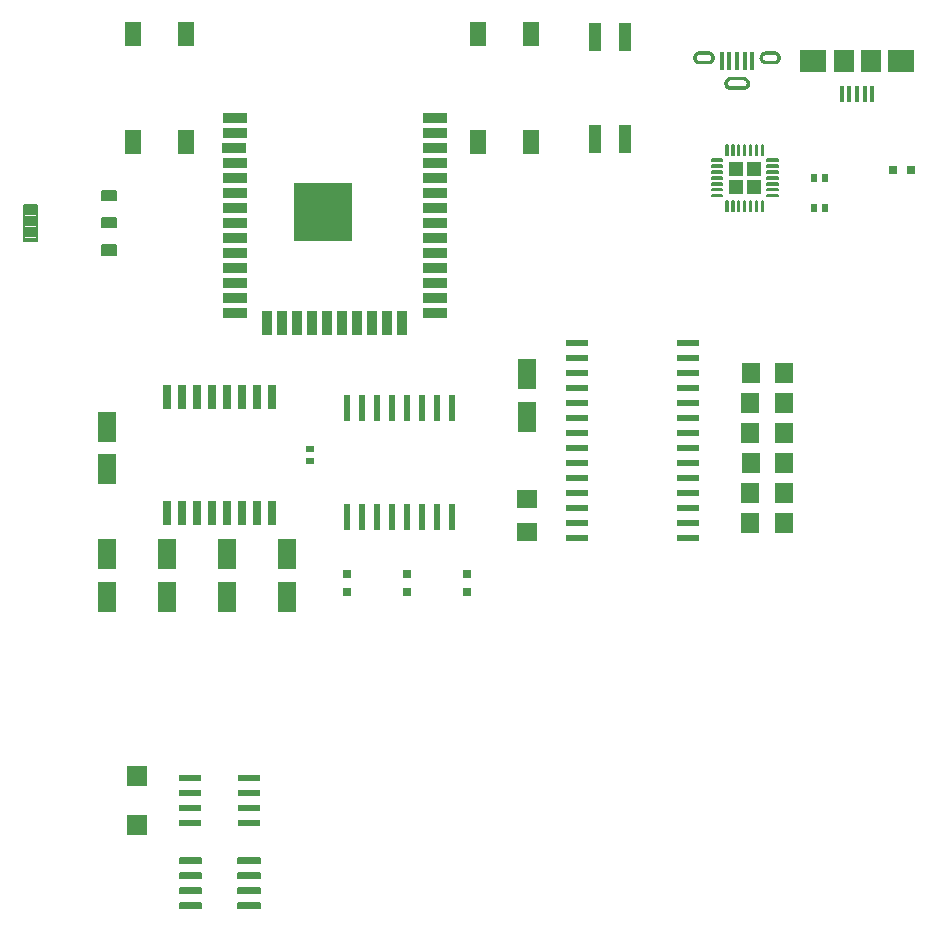
<source format=gbr>
G04 EAGLE Gerber RS-274X export*
G75*
%MOMM*%
%FSLAX34Y34*%
%LPD*%
%INSolderpaste Top*%
%IPPOS*%
%AMOC8*
5,1,8,0,0,1.08239X$1,22.5*%
G01*
%ADD10R,1.600000X2.600000*%
%ADD11R,1.600000X1.800000*%
%ADD12R,1.700000X1.800000*%
%ADD13R,0.600000X2.200000*%
%ADD14R,0.450000X1.500000*%
%ADD15R,0.800000X0.800000*%
%ADD16R,0.660400X2.032000*%
%ADD17R,1.803000X1.600000*%
%ADD18R,1.600000X1.803000*%
%ADD19R,1.400000X2.100000*%
%ADD20R,1.981200X0.558800*%
%ADD21R,1.149913X1.149913*%
%ADD22R,1.151819X1.149753*%
%ADD23R,1.151400X1.151400*%
%ADD24R,1.149731X1.151981*%
%ADD25C,0.135000*%
%ADD26C,0.139500*%
%ADD27C,0.196500*%
%ADD28C,0.147500*%
%ADD29R,2.000000X0.900000*%
%ADD30R,0.900000X2.000000*%
%ADD31R,5.000000X5.000000*%
%ADD32R,0.600000X0.700000*%
%ADD33R,0.700000X0.600000*%
%ADD34R,1.130000X2.440000*%
%ADD35R,0.400000X1.400000*%
%ADD36R,1.800000X1.900000*%
%ADD37R,2.300000X1.900000*%

G36*
X672251Y925477D02*
X672251Y925477D01*
X672252Y925476D01*
X673325Y925582D01*
X673328Y925584D01*
X673330Y925582D01*
X674362Y925895D01*
X674364Y925898D01*
X674366Y925897D01*
X675317Y926406D01*
X675318Y926409D01*
X675321Y926408D01*
X676154Y927092D01*
X676155Y927095D01*
X676158Y927096D01*
X676842Y927929D01*
X676842Y927932D01*
X676844Y927933D01*
X677353Y928884D01*
X677352Y928887D01*
X677355Y928888D01*
X677668Y929920D01*
X677666Y929923D01*
X677668Y929925D01*
X677774Y930998D01*
X677772Y931000D01*
X677773Y931001D01*
X677774Y931002D01*
X677668Y932075D01*
X677666Y932078D01*
X677668Y932080D01*
X677355Y933112D01*
X677352Y933114D01*
X677353Y933116D01*
X676844Y934067D01*
X676841Y934068D01*
X676842Y934071D01*
X676158Y934904D01*
X676155Y934905D01*
X676154Y934908D01*
X675321Y935592D01*
X675318Y935592D01*
X675317Y935594D01*
X674366Y936103D01*
X674363Y936102D01*
X674362Y936105D01*
X673330Y936418D01*
X673327Y936416D01*
X673325Y936418D01*
X672252Y936524D01*
X672251Y936523D01*
X672250Y936524D01*
X661250Y936524D01*
X661249Y936523D01*
X661248Y936524D01*
X660175Y936418D01*
X660172Y936416D01*
X660170Y936418D01*
X659138Y936105D01*
X659136Y936102D01*
X659134Y936103D01*
X658183Y935594D01*
X658182Y935591D01*
X658179Y935592D01*
X657346Y934908D01*
X657345Y934905D01*
X657342Y934904D01*
X656658Y934071D01*
X656658Y934068D01*
X656656Y934067D01*
X656147Y933116D01*
X656148Y933113D01*
X656145Y933112D01*
X655832Y932080D01*
X655834Y932077D01*
X655832Y932075D01*
X655726Y931002D01*
X655728Y931000D01*
X655726Y930998D01*
X655832Y929925D01*
X655834Y929922D01*
X655832Y929920D01*
X656145Y928888D01*
X656148Y928886D01*
X656147Y928884D01*
X656656Y927933D01*
X656659Y927932D01*
X656658Y927929D01*
X657342Y927096D01*
X657345Y927095D01*
X657346Y927092D01*
X658179Y926408D01*
X658182Y926408D01*
X658183Y926406D01*
X659134Y925897D01*
X659137Y925898D01*
X659138Y925895D01*
X660170Y925582D01*
X660173Y925584D01*
X660175Y925582D01*
X661248Y925476D01*
X661249Y925477D01*
X661250Y925476D01*
X672250Y925476D01*
X672251Y925477D01*
G37*
G36*
X642251Y946977D02*
X642251Y946977D01*
X642252Y946976D01*
X643325Y947082D01*
X643328Y947084D01*
X643330Y947082D01*
X644362Y947395D01*
X644364Y947398D01*
X644366Y947397D01*
X645317Y947906D01*
X645318Y947909D01*
X645321Y947908D01*
X646154Y948592D01*
X646155Y948595D01*
X646158Y948596D01*
X646842Y949429D01*
X646842Y949432D01*
X646844Y949433D01*
X647353Y950384D01*
X647352Y950387D01*
X647355Y950388D01*
X647668Y951420D01*
X647666Y951423D01*
X647668Y951425D01*
X647672Y951459D01*
X647677Y951507D01*
X647677Y951508D01*
X647681Y951556D01*
X647684Y951580D01*
X647689Y951629D01*
X647693Y951677D01*
X647698Y951726D01*
X647700Y951750D01*
X647701Y951750D01*
X647705Y951798D01*
X647705Y951799D01*
X647710Y951847D01*
X647715Y951895D01*
X647715Y951896D01*
X647717Y951920D01*
X647722Y951968D01*
X647727Y952017D01*
X647732Y952065D01*
X647736Y952114D01*
X647739Y952138D01*
X647743Y952186D01*
X647744Y952186D01*
X647743Y952187D01*
X647748Y952235D01*
X647753Y952283D01*
X647753Y952284D01*
X647755Y952308D01*
X647760Y952356D01*
X647765Y952405D01*
X647770Y952453D01*
X647772Y952477D01*
X647772Y952478D01*
X647774Y952498D01*
X647772Y952500D01*
X647773Y952501D01*
X647774Y952502D01*
X647668Y953575D01*
X647666Y953578D01*
X647668Y953580D01*
X647355Y954612D01*
X647352Y954614D01*
X647353Y954616D01*
X646844Y955567D01*
X646841Y955568D01*
X646842Y955571D01*
X646158Y956404D01*
X646155Y956405D01*
X646154Y956408D01*
X645321Y957092D01*
X645318Y957092D01*
X645317Y957094D01*
X644366Y957603D01*
X644363Y957602D01*
X644362Y957605D01*
X643330Y957918D01*
X643327Y957916D01*
X643325Y957918D01*
X642252Y958024D01*
X642251Y958023D01*
X642250Y958024D01*
X635250Y958024D01*
X635249Y958023D01*
X635248Y958024D01*
X634175Y957918D01*
X634172Y957916D01*
X634170Y957918D01*
X633138Y957605D01*
X633136Y957602D01*
X633134Y957603D01*
X632183Y957094D01*
X632182Y957091D01*
X632179Y957092D01*
X631346Y956408D01*
X631345Y956405D01*
X631342Y956404D01*
X630658Y955571D01*
X630658Y955568D01*
X630656Y955567D01*
X630147Y954616D01*
X630148Y954613D01*
X630145Y954612D01*
X629832Y953580D01*
X629834Y953577D01*
X629832Y953575D01*
X629829Y953551D01*
X629824Y953502D01*
X629820Y953454D01*
X629817Y953429D01*
X629812Y953381D01*
X629808Y953332D01*
X629803Y953284D01*
X629798Y953235D01*
X629796Y953211D01*
X629791Y953163D01*
X629786Y953114D01*
X629781Y953066D01*
X629779Y953041D01*
X629774Y952993D01*
X629769Y952944D01*
X629765Y952896D01*
X629762Y952872D01*
X629757Y952823D01*
X629753Y952775D01*
X629748Y952726D01*
X629746Y952702D01*
X629741Y952653D01*
X629736Y952605D01*
X629731Y952556D01*
X629726Y952508D01*
X629726Y952502D01*
X629728Y952500D01*
X629726Y952498D01*
X629832Y951425D01*
X629834Y951422D01*
X629832Y951420D01*
X630145Y950388D01*
X630148Y950386D01*
X630147Y950384D01*
X630656Y949433D01*
X630659Y949432D01*
X630658Y949429D01*
X631342Y948596D01*
X631345Y948595D01*
X631346Y948592D01*
X632179Y947908D01*
X632182Y947908D01*
X632183Y947906D01*
X633134Y947397D01*
X633137Y947398D01*
X633138Y947395D01*
X634170Y947082D01*
X634173Y947084D01*
X634175Y947082D01*
X635248Y946976D01*
X635249Y946977D01*
X635250Y946976D01*
X642250Y946976D01*
X642251Y946977D01*
G37*
G36*
X698251Y946977D02*
X698251Y946977D01*
X698252Y946976D01*
X699325Y947082D01*
X699328Y947084D01*
X699330Y947082D01*
X700362Y947395D01*
X700364Y947398D01*
X700366Y947397D01*
X701317Y947906D01*
X701318Y947909D01*
X701321Y947908D01*
X702154Y948592D01*
X702155Y948595D01*
X702158Y948596D01*
X702842Y949429D01*
X702842Y949432D01*
X702844Y949433D01*
X703353Y950384D01*
X703352Y950387D01*
X703355Y950388D01*
X703668Y951420D01*
X703666Y951423D01*
X703668Y951425D01*
X703672Y951459D01*
X703677Y951507D01*
X703677Y951508D01*
X703681Y951556D01*
X703684Y951580D01*
X703689Y951629D01*
X703693Y951677D01*
X703698Y951726D01*
X703700Y951750D01*
X703701Y951750D01*
X703705Y951798D01*
X703705Y951799D01*
X703710Y951847D01*
X703715Y951895D01*
X703715Y951896D01*
X703717Y951920D01*
X703722Y951968D01*
X703727Y952017D01*
X703732Y952065D01*
X703736Y952114D01*
X703739Y952138D01*
X703743Y952186D01*
X703744Y952186D01*
X703743Y952187D01*
X703748Y952235D01*
X703753Y952283D01*
X703753Y952284D01*
X703755Y952308D01*
X703760Y952356D01*
X703765Y952405D01*
X703770Y952453D01*
X703772Y952477D01*
X703772Y952478D01*
X703774Y952498D01*
X703772Y952500D01*
X703773Y952501D01*
X703774Y952502D01*
X703668Y953575D01*
X703666Y953578D01*
X703668Y953580D01*
X703355Y954612D01*
X703352Y954614D01*
X703353Y954616D01*
X702844Y955567D01*
X702841Y955568D01*
X702842Y955571D01*
X702158Y956404D01*
X702155Y956405D01*
X702154Y956408D01*
X701321Y957092D01*
X701318Y957092D01*
X701317Y957094D01*
X700366Y957603D01*
X700363Y957602D01*
X700362Y957605D01*
X699330Y957918D01*
X699327Y957916D01*
X699325Y957918D01*
X698252Y958024D01*
X698251Y958023D01*
X698250Y958024D01*
X691250Y958024D01*
X691249Y958023D01*
X691248Y958024D01*
X690175Y957918D01*
X690172Y957916D01*
X690170Y957918D01*
X689138Y957605D01*
X689136Y957602D01*
X689134Y957603D01*
X688183Y957094D01*
X688182Y957091D01*
X688179Y957092D01*
X687346Y956408D01*
X687345Y956405D01*
X687342Y956404D01*
X686658Y955571D01*
X686658Y955568D01*
X686656Y955567D01*
X686147Y954616D01*
X686148Y954613D01*
X686145Y954612D01*
X685832Y953580D01*
X685834Y953577D01*
X685832Y953575D01*
X685829Y953551D01*
X685824Y953502D01*
X685820Y953454D01*
X685817Y953429D01*
X685812Y953381D01*
X685808Y953332D01*
X685803Y953284D01*
X685798Y953235D01*
X685796Y953211D01*
X685791Y953163D01*
X685786Y953114D01*
X685781Y953066D01*
X685779Y953041D01*
X685774Y952993D01*
X685769Y952944D01*
X685765Y952896D01*
X685762Y952872D01*
X685757Y952823D01*
X685753Y952775D01*
X685748Y952726D01*
X685746Y952702D01*
X685741Y952653D01*
X685736Y952605D01*
X685731Y952556D01*
X685726Y952508D01*
X685726Y952502D01*
X685728Y952500D01*
X685726Y952498D01*
X685832Y951425D01*
X685834Y951422D01*
X685832Y951420D01*
X686145Y950388D01*
X686148Y950386D01*
X686147Y950384D01*
X686656Y949433D01*
X686659Y949432D01*
X686658Y949429D01*
X687342Y948596D01*
X687345Y948595D01*
X687346Y948592D01*
X688179Y947908D01*
X688182Y947908D01*
X688183Y947906D01*
X689134Y947397D01*
X689137Y947398D01*
X689138Y947395D01*
X690170Y947082D01*
X690173Y947084D01*
X690175Y947082D01*
X691248Y946976D01*
X691249Y946977D01*
X691250Y946976D01*
X698250Y946976D01*
X698251Y946977D01*
G37*
%LPC*%
G36*
X661252Y928524D02*
X661252Y928524D01*
X660609Y928609D01*
X660012Y928856D01*
X659500Y929250D01*
X659106Y929762D01*
X658859Y930359D01*
X658774Y931000D01*
X658859Y931641D01*
X659106Y932238D01*
X659500Y932751D01*
X660012Y933144D01*
X660609Y933391D01*
X661252Y933476D01*
X672249Y933476D01*
X672891Y933391D01*
X673488Y933144D01*
X674001Y932751D01*
X674394Y932238D01*
X674641Y931641D01*
X674726Y931000D01*
X674641Y930359D01*
X674394Y929762D01*
X674001Y929250D01*
X673488Y928856D01*
X672891Y928609D01*
X672249Y928524D01*
X661252Y928524D01*
G37*
%LPD*%
%LPC*%
G36*
X635252Y950024D02*
X635252Y950024D01*
X634609Y950109D01*
X634012Y950356D01*
X633500Y950750D01*
X633106Y951262D01*
X632859Y951859D01*
X632774Y952500D01*
X632775Y952502D01*
X632778Y952526D01*
X632781Y952550D01*
X632784Y952574D01*
X632784Y952575D01*
X632787Y952599D01*
X632791Y952623D01*
X632797Y952671D01*
X632797Y952672D01*
X632800Y952696D01*
X632803Y952720D01*
X632807Y952744D01*
X632810Y952768D01*
X632810Y952769D01*
X632813Y952793D01*
X632816Y952817D01*
X632819Y952841D01*
X632823Y952865D01*
X632823Y952866D01*
X632826Y952890D01*
X632829Y952914D01*
X632832Y952938D01*
X632835Y952962D01*
X632835Y952963D01*
X632839Y952987D01*
X632842Y953011D01*
X632845Y953035D01*
X632848Y953059D01*
X632848Y953060D01*
X632851Y953084D01*
X632854Y953108D01*
X632855Y953108D01*
X632858Y953132D01*
X632859Y953141D01*
X633106Y953738D01*
X633500Y954251D01*
X634012Y954644D01*
X634609Y954891D01*
X635252Y954976D01*
X642249Y954976D01*
X642891Y954891D01*
X643488Y954644D01*
X644001Y954251D01*
X644394Y953738D01*
X644641Y953141D01*
X644726Y952500D01*
X644723Y952484D01*
X644720Y952459D01*
X644717Y952435D01*
X644714Y952411D01*
X644711Y952387D01*
X644707Y952362D01*
X644704Y952338D01*
X644701Y952314D01*
X644698Y952290D01*
X644695Y952265D01*
X644691Y952241D01*
X644688Y952217D01*
X644685Y952193D01*
X644682Y952168D01*
X644679Y952144D01*
X644676Y952120D01*
X644675Y952120D01*
X644676Y952120D01*
X644672Y952096D01*
X644669Y952071D01*
X644666Y952047D01*
X644663Y952023D01*
X644660Y951999D01*
X644656Y951974D01*
X644653Y951950D01*
X644650Y951926D01*
X644647Y951902D01*
X644644Y951877D01*
X644641Y951859D01*
X644394Y951262D01*
X644001Y950750D01*
X643488Y950356D01*
X642891Y950109D01*
X642249Y950024D01*
X635252Y950024D01*
G37*
%LPD*%
%LPC*%
G36*
X691252Y950024D02*
X691252Y950024D01*
X690609Y950109D01*
X690012Y950356D01*
X689500Y950750D01*
X689106Y951262D01*
X688859Y951859D01*
X688774Y952500D01*
X688775Y952502D01*
X688778Y952526D01*
X688781Y952550D01*
X688784Y952574D01*
X688784Y952575D01*
X688787Y952599D01*
X688791Y952623D01*
X688797Y952671D01*
X688797Y952672D01*
X688800Y952696D01*
X688803Y952720D01*
X688807Y952744D01*
X688810Y952768D01*
X688810Y952769D01*
X688813Y952793D01*
X688816Y952817D01*
X688819Y952841D01*
X688823Y952865D01*
X688823Y952866D01*
X688826Y952890D01*
X688829Y952914D01*
X688832Y952938D01*
X688835Y952962D01*
X688835Y952963D01*
X688839Y952987D01*
X688842Y953011D01*
X688845Y953035D01*
X688848Y953059D01*
X688848Y953060D01*
X688851Y953084D01*
X688854Y953108D01*
X688855Y953108D01*
X688858Y953132D01*
X688859Y953141D01*
X689106Y953738D01*
X689500Y954251D01*
X690012Y954644D01*
X690609Y954891D01*
X691252Y954976D01*
X698249Y954976D01*
X698891Y954891D01*
X699488Y954644D01*
X700001Y954251D01*
X700394Y953738D01*
X700641Y953141D01*
X700726Y952500D01*
X700723Y952484D01*
X700720Y952459D01*
X700717Y952435D01*
X700714Y952411D01*
X700711Y952387D01*
X700707Y952362D01*
X700704Y952338D01*
X700701Y952314D01*
X700698Y952290D01*
X700695Y952265D01*
X700691Y952241D01*
X700688Y952217D01*
X700685Y952193D01*
X700682Y952168D01*
X700679Y952144D01*
X700676Y952120D01*
X700675Y952120D01*
X700676Y952120D01*
X700672Y952096D01*
X700669Y952071D01*
X700666Y952047D01*
X700663Y952023D01*
X700660Y951999D01*
X700656Y951974D01*
X700653Y951950D01*
X700650Y951926D01*
X700647Y951902D01*
X700644Y951877D01*
X700641Y951859D01*
X700394Y951262D01*
X700001Y950750D01*
X699488Y950356D01*
X698891Y950109D01*
X698249Y950024D01*
X691252Y950024D01*
G37*
%LPD*%
D10*
X133350Y532350D03*
X133350Y496350D03*
X234950Y496350D03*
X234950Y532350D03*
X285750Y496350D03*
X285750Y532350D03*
X184150Y532350D03*
X184150Y496350D03*
X133350Y640300D03*
X133350Y604300D03*
D11*
X678150Y685800D03*
X706150Y685800D03*
X678150Y609600D03*
X706150Y609600D03*
D10*
X488950Y684750D03*
X488950Y648750D03*
D12*
X158750Y303350D03*
X158750Y344350D03*
D13*
X349250Y563600D03*
X374650Y655600D03*
X336550Y563600D03*
X361950Y563600D03*
X374650Y563600D03*
X361950Y655600D03*
X387350Y655600D03*
X400050Y655600D03*
X400050Y563600D03*
X425450Y655600D03*
X387350Y563600D03*
X412750Y563600D03*
X412750Y655600D03*
X425450Y563600D03*
X349250Y655600D03*
X336550Y655600D03*
D14*
X653750Y950000D03*
X660250Y950000D03*
X666750Y950000D03*
X673250Y950000D03*
X679750Y950000D03*
D15*
X798950Y857250D03*
X813950Y857250D03*
X336550Y500500D03*
X336550Y515500D03*
X387350Y500500D03*
X387350Y515500D03*
X438150Y500500D03*
X438150Y515500D03*
D16*
X184150Y566928D03*
X196850Y566928D03*
X209550Y566928D03*
X222250Y566928D03*
X234950Y566928D03*
X247650Y566928D03*
X260350Y566928D03*
X273050Y566928D03*
X273050Y664972D03*
X260350Y664972D03*
X247650Y664972D03*
X234950Y664972D03*
X222250Y664972D03*
X209550Y664972D03*
X196850Y664972D03*
X184150Y664972D03*
D17*
X488950Y550930D03*
X488950Y579370D03*
D18*
X677930Y660400D03*
X706370Y660400D03*
X677930Y635000D03*
X706370Y635000D03*
X677930Y584200D03*
X706370Y584200D03*
D19*
X447400Y881600D03*
X492400Y881600D03*
X447400Y972600D03*
X492400Y972600D03*
X200300Y972600D03*
X155300Y972600D03*
X200300Y881600D03*
X155300Y881600D03*
D20*
X530860Y711200D03*
X530860Y698500D03*
X530860Y685800D03*
X530860Y673100D03*
X530860Y660400D03*
X530860Y647700D03*
X530860Y635000D03*
X530860Y622300D03*
X530860Y609600D03*
X530860Y596900D03*
X530860Y584200D03*
X530860Y571500D03*
X530860Y558800D03*
X530860Y546100D03*
X624840Y546100D03*
X624840Y558800D03*
X624840Y571500D03*
X624840Y584200D03*
X624840Y596900D03*
X624840Y609600D03*
X624840Y622300D03*
X624840Y635000D03*
X624840Y647700D03*
X624840Y660400D03*
X624840Y673100D03*
X624840Y685800D03*
X624840Y698500D03*
X624840Y711200D03*
D21*
X680650Y843350D03*
D22*
X680651Y858459D03*
D23*
X665543Y858457D03*
D24*
X665540Y843349D03*
D25*
X687425Y870125D02*
X687425Y878875D01*
X688775Y878875D01*
X688775Y870125D01*
X687425Y870125D01*
X687425Y871407D02*
X688775Y871407D01*
X688775Y872689D02*
X687425Y872689D01*
X687425Y873971D02*
X688775Y873971D01*
X688775Y875253D02*
X687425Y875253D01*
X687425Y876535D02*
X688775Y876535D01*
X688775Y877817D02*
X687425Y877817D01*
X682425Y878875D02*
X682425Y870125D01*
X682425Y878875D02*
X683775Y878875D01*
X683775Y870125D01*
X682425Y870125D01*
X682425Y871407D02*
X683775Y871407D01*
X683775Y872689D02*
X682425Y872689D01*
X682425Y873971D02*
X683775Y873971D01*
X683775Y875253D02*
X682425Y875253D01*
X682425Y876535D02*
X683775Y876535D01*
X683775Y877817D02*
X682425Y877817D01*
X677425Y878875D02*
X677425Y870125D01*
X677425Y878875D02*
X678775Y878875D01*
X678775Y870125D01*
X677425Y870125D01*
X677425Y871407D02*
X678775Y871407D01*
X678775Y872689D02*
X677425Y872689D01*
X677425Y873971D02*
X678775Y873971D01*
X678775Y875253D02*
X677425Y875253D01*
X677425Y876535D02*
X678775Y876535D01*
X678775Y877817D02*
X677425Y877817D01*
X672425Y878875D02*
X672425Y870125D01*
X672425Y878875D02*
X673775Y878875D01*
X673775Y870125D01*
X672425Y870125D01*
X672425Y871407D02*
X673775Y871407D01*
X673775Y872689D02*
X672425Y872689D01*
X672425Y873971D02*
X673775Y873971D01*
X673775Y875253D02*
X672425Y875253D01*
X672425Y876535D02*
X673775Y876535D01*
X673775Y877817D02*
X672425Y877817D01*
X667425Y878875D02*
X667425Y870125D01*
X667425Y878875D02*
X668775Y878875D01*
X668775Y870125D01*
X667425Y870125D01*
X667425Y871407D02*
X668775Y871407D01*
X668775Y872689D02*
X667425Y872689D01*
X667425Y873971D02*
X668775Y873971D01*
X668775Y875253D02*
X667425Y875253D01*
X667425Y876535D02*
X668775Y876535D01*
X668775Y877817D02*
X667425Y877817D01*
X662425Y878875D02*
X662425Y870125D01*
X662425Y878875D02*
X663775Y878875D01*
X663775Y870125D01*
X662425Y870125D01*
X662425Y871407D02*
X663775Y871407D01*
X663775Y872689D02*
X662425Y872689D01*
X662425Y873971D02*
X663775Y873971D01*
X663775Y875253D02*
X662425Y875253D01*
X662425Y876535D02*
X663775Y876535D01*
X663775Y877817D02*
X662425Y877817D01*
X657425Y878875D02*
X657425Y870125D01*
X657425Y878875D02*
X658775Y878875D01*
X658775Y870125D01*
X657425Y870125D01*
X657425Y871407D02*
X658775Y871407D01*
X658775Y872689D02*
X657425Y872689D01*
X657425Y873971D02*
X658775Y873971D01*
X658775Y875253D02*
X657425Y875253D01*
X657425Y876535D02*
X658775Y876535D01*
X658775Y877817D02*
X657425Y877817D01*
X653875Y865225D02*
X645125Y865225D01*
X645125Y866575D01*
X653875Y866575D01*
X653875Y865225D01*
X653875Y866507D02*
X645125Y866507D01*
X645125Y860225D02*
X653875Y860225D01*
X645125Y860225D02*
X645125Y861575D01*
X653875Y861575D01*
X653875Y860225D01*
X653875Y861507D02*
X645125Y861507D01*
X645125Y855225D02*
X653875Y855225D01*
X645125Y855225D02*
X645125Y856575D01*
X653875Y856575D01*
X653875Y855225D01*
X653875Y856507D02*
X645125Y856507D01*
X645125Y850225D02*
X653875Y850225D01*
X645125Y850225D02*
X645125Y851575D01*
X653875Y851575D01*
X653875Y850225D01*
X653875Y851507D02*
X645125Y851507D01*
X645125Y845225D02*
X653875Y845225D01*
X645125Y845225D02*
X645125Y846575D01*
X653875Y846575D01*
X653875Y845225D01*
X653875Y846507D02*
X645125Y846507D01*
X645125Y840225D02*
X653875Y840225D01*
X645125Y840225D02*
X645125Y841575D01*
X653875Y841575D01*
X653875Y840225D01*
X653875Y841507D02*
X645125Y841507D01*
X645125Y835225D02*
X653875Y835225D01*
X645125Y835225D02*
X645125Y836575D01*
X653875Y836575D01*
X653875Y835225D01*
X653875Y836507D02*
X645125Y836507D01*
X658775Y831675D02*
X658775Y822925D01*
X657425Y822925D01*
X657425Y831675D01*
X658775Y831675D01*
X658775Y824207D02*
X657425Y824207D01*
X657425Y825489D02*
X658775Y825489D01*
X658775Y826771D02*
X657425Y826771D01*
X657425Y828053D02*
X658775Y828053D01*
X658775Y829335D02*
X657425Y829335D01*
X657425Y830617D02*
X658775Y830617D01*
X663775Y831675D02*
X663775Y822925D01*
X662425Y822925D01*
X662425Y831675D01*
X663775Y831675D01*
X663775Y824207D02*
X662425Y824207D01*
X662425Y825489D02*
X663775Y825489D01*
X663775Y826771D02*
X662425Y826771D01*
X662425Y828053D02*
X663775Y828053D01*
X663775Y829335D02*
X662425Y829335D01*
X662425Y830617D02*
X663775Y830617D01*
X668775Y831675D02*
X668775Y822925D01*
X667425Y822925D01*
X667425Y831675D01*
X668775Y831675D01*
X668775Y824207D02*
X667425Y824207D01*
X667425Y825489D02*
X668775Y825489D01*
X668775Y826771D02*
X667425Y826771D01*
X667425Y828053D02*
X668775Y828053D01*
X668775Y829335D02*
X667425Y829335D01*
X667425Y830617D02*
X668775Y830617D01*
X673775Y831675D02*
X673775Y822925D01*
X672425Y822925D01*
X672425Y831675D01*
X673775Y831675D01*
X673775Y824207D02*
X672425Y824207D01*
X672425Y825489D02*
X673775Y825489D01*
X673775Y826771D02*
X672425Y826771D01*
X672425Y828053D02*
X673775Y828053D01*
X673775Y829335D02*
X672425Y829335D01*
X672425Y830617D02*
X673775Y830617D01*
X678775Y831675D02*
X678775Y822925D01*
X677425Y822925D01*
X677425Y831675D01*
X678775Y831675D01*
X678775Y824207D02*
X677425Y824207D01*
X677425Y825489D02*
X678775Y825489D01*
X678775Y826771D02*
X677425Y826771D01*
X677425Y828053D02*
X678775Y828053D01*
X678775Y829335D02*
X677425Y829335D01*
X677425Y830617D02*
X678775Y830617D01*
X683775Y831675D02*
X683775Y822925D01*
X682425Y822925D01*
X682425Y831675D01*
X683775Y831675D01*
X683775Y824207D02*
X682425Y824207D01*
X682425Y825489D02*
X683775Y825489D01*
X683775Y826771D02*
X682425Y826771D01*
X682425Y828053D02*
X683775Y828053D01*
X683775Y829335D02*
X682425Y829335D01*
X682425Y830617D02*
X683775Y830617D01*
X688775Y831675D02*
X688775Y822925D01*
X687425Y822925D01*
X687425Y831675D01*
X688775Y831675D01*
X688775Y824207D02*
X687425Y824207D01*
X687425Y825489D02*
X688775Y825489D01*
X688775Y826771D02*
X687425Y826771D01*
X687425Y828053D02*
X688775Y828053D01*
X688775Y829335D02*
X687425Y829335D01*
X687425Y830617D02*
X688775Y830617D01*
X692325Y836575D02*
X701075Y836575D01*
X701075Y835225D01*
X692325Y835225D01*
X692325Y836575D01*
X692325Y836507D02*
X701075Y836507D01*
X701075Y841575D02*
X692325Y841575D01*
X701075Y841575D02*
X701075Y840225D01*
X692325Y840225D01*
X692325Y841575D01*
X692325Y841507D02*
X701075Y841507D01*
X701075Y846575D02*
X692325Y846575D01*
X701075Y846575D02*
X701075Y845225D01*
X692325Y845225D01*
X692325Y846575D01*
X692325Y846507D02*
X701075Y846507D01*
X701075Y851575D02*
X692325Y851575D01*
X701075Y851575D02*
X701075Y850225D01*
X692325Y850225D01*
X692325Y851575D01*
X692325Y851507D02*
X701075Y851507D01*
X701075Y856575D02*
X692325Y856575D01*
X701075Y856575D02*
X701075Y855225D01*
X692325Y855225D01*
X692325Y856575D01*
X692325Y856507D02*
X701075Y856507D01*
X701075Y861575D02*
X692325Y861575D01*
X701075Y861575D02*
X701075Y860225D01*
X692325Y860225D01*
X692325Y861575D01*
X692325Y861507D02*
X701075Y861507D01*
X701075Y866575D02*
X692325Y866575D01*
X701075Y866575D02*
X701075Y865225D01*
X692325Y865225D01*
X692325Y866575D01*
X692325Y866507D02*
X701075Y866507D01*
D26*
X140903Y793853D02*
X140903Y785947D01*
X129197Y785947D01*
X129197Y793853D01*
X140903Y793853D01*
X140903Y787272D02*
X129197Y787272D01*
X129197Y788597D02*
X140903Y788597D01*
X140903Y789922D02*
X129197Y789922D01*
X129197Y791247D02*
X140903Y791247D01*
X140903Y792572D02*
X129197Y792572D01*
X140903Y808847D02*
X140903Y816753D01*
X140903Y808847D02*
X129197Y808847D01*
X129197Y816753D01*
X140903Y816753D01*
X140903Y810172D02*
X129197Y810172D01*
X129197Y811497D02*
X140903Y811497D01*
X140903Y812822D02*
X129197Y812822D01*
X129197Y814147D02*
X140903Y814147D01*
X140903Y815472D02*
X129197Y815472D01*
X140903Y831747D02*
X140903Y839653D01*
X140903Y831747D02*
X129197Y831747D01*
X129197Y839653D01*
X140903Y839653D01*
X140903Y833072D02*
X129197Y833072D01*
X129197Y834397D02*
X140903Y834397D01*
X140903Y835722D02*
X129197Y835722D01*
X129197Y837047D02*
X140903Y837047D01*
X140903Y838372D02*
X129197Y838372D01*
D27*
X73718Y828018D02*
X73718Y797582D01*
X62582Y797582D01*
X62582Y828018D01*
X73718Y828018D01*
X73718Y799449D02*
X62582Y799449D01*
X62582Y801316D02*
X73718Y801316D01*
X73718Y803183D02*
X62582Y803183D01*
X62582Y805050D02*
X73718Y805050D01*
X73718Y806917D02*
X62582Y806917D01*
X62582Y808784D02*
X73718Y808784D01*
X73718Y810651D02*
X62582Y810651D01*
X62582Y812518D02*
X73718Y812518D01*
X73718Y814385D02*
X62582Y814385D01*
X62582Y816252D02*
X73718Y816252D01*
X73718Y818119D02*
X62582Y818119D01*
X62582Y819986D02*
X73718Y819986D01*
X73718Y821853D02*
X62582Y821853D01*
X62582Y823720D02*
X73718Y823720D01*
X73718Y825587D02*
X62582Y825587D01*
X62582Y827454D02*
X73718Y827454D01*
D28*
X194737Y270837D02*
X212963Y270837D01*
X194737Y270837D02*
X194737Y275263D01*
X212963Y275263D01*
X212963Y270837D01*
X212963Y272238D02*
X194737Y272238D01*
X194737Y273639D02*
X212963Y273639D01*
X212963Y275040D02*
X194737Y275040D01*
X194737Y258137D02*
X212963Y258137D01*
X194737Y258137D02*
X194737Y262563D01*
X212963Y262563D01*
X212963Y258137D01*
X212963Y259538D02*
X194737Y259538D01*
X194737Y260939D02*
X212963Y260939D01*
X212963Y262340D02*
X194737Y262340D01*
X194737Y245437D02*
X212963Y245437D01*
X194737Y245437D02*
X194737Y249863D01*
X212963Y249863D01*
X212963Y245437D01*
X212963Y246838D02*
X194737Y246838D01*
X194737Y248239D02*
X212963Y248239D01*
X212963Y249640D02*
X194737Y249640D01*
X194737Y232737D02*
X212963Y232737D01*
X194737Y232737D02*
X194737Y237163D01*
X212963Y237163D01*
X212963Y232737D01*
X212963Y234138D02*
X194737Y234138D01*
X194737Y235539D02*
X212963Y235539D01*
X212963Y236940D02*
X194737Y236940D01*
X244237Y232737D02*
X262463Y232737D01*
X244237Y232737D02*
X244237Y237163D01*
X262463Y237163D01*
X262463Y232737D01*
X262463Y234138D02*
X244237Y234138D01*
X244237Y235539D02*
X262463Y235539D01*
X262463Y236940D02*
X244237Y236940D01*
X244237Y245437D02*
X262463Y245437D01*
X244237Y245437D02*
X244237Y249863D01*
X262463Y249863D01*
X262463Y245437D01*
X262463Y246838D02*
X244237Y246838D01*
X244237Y248239D02*
X262463Y248239D01*
X262463Y249640D02*
X244237Y249640D01*
X244237Y258137D02*
X262463Y258137D01*
X244237Y258137D02*
X244237Y262563D01*
X262463Y262563D01*
X262463Y258137D01*
X262463Y259538D02*
X244237Y259538D01*
X244237Y260939D02*
X262463Y260939D01*
X262463Y262340D02*
X244237Y262340D01*
X244237Y270837D02*
X262463Y270837D01*
X244237Y270837D02*
X244237Y275263D01*
X262463Y275263D01*
X262463Y270837D01*
X262463Y272238D02*
X244237Y272238D01*
X244237Y273639D02*
X262463Y273639D01*
X262463Y275040D02*
X244237Y275040D01*
D20*
X203962Y342900D03*
X203962Y330200D03*
X203962Y317500D03*
X203962Y304800D03*
X253238Y304800D03*
X253238Y317500D03*
X253238Y330200D03*
X253238Y342900D03*
D29*
X241300Y901700D03*
X241300Y889000D03*
X241200Y876300D03*
X241300Y863300D03*
X241300Y850900D03*
X241300Y838200D03*
X241300Y825500D03*
X241300Y812800D03*
X241300Y800100D03*
X241300Y787400D03*
X241300Y774700D03*
X241300Y762000D03*
X241300Y749300D03*
X241300Y736600D03*
D30*
X269150Y727600D03*
X281850Y727600D03*
X294550Y727600D03*
X307250Y727600D03*
X319950Y727600D03*
X332650Y727600D03*
X345350Y727600D03*
X358050Y727600D03*
X370750Y727600D03*
X383450Y727600D03*
D29*
X411300Y901700D03*
X411300Y889000D03*
X411300Y876300D03*
X411300Y863600D03*
X411300Y850900D03*
X411300Y838200D03*
X411305Y825477D03*
X411319Y812787D03*
X411293Y800089D03*
X411275Y787377D03*
X411294Y774682D03*
X411310Y761992D03*
X411290Y749315D03*
X411287Y736588D03*
D31*
X316322Y822244D03*
D32*
X731600Y850900D03*
X741600Y850900D03*
X731600Y825500D03*
X741600Y825500D03*
D33*
X304800Y610950D03*
X304800Y620950D03*
D34*
X546100Y884100D03*
X571500Y884100D03*
X571500Y970100D03*
X546100Y970100D03*
D35*
X781350Y922100D03*
X774850Y922100D03*
X768350Y922100D03*
X761850Y922100D03*
X755350Y922100D03*
D36*
X756850Y949600D03*
X779850Y949600D03*
D37*
X730850Y949600D03*
X805850Y949600D03*
D18*
X677930Y558800D03*
X706370Y558800D03*
M02*

</source>
